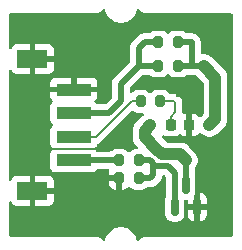
<source format=gbr>
%TF.GenerationSoftware,KiCad,Pcbnew,9.0.3*%
%TF.CreationDate,2025-08-09T09:56:12+02:00*%
%TF.ProjectId,ialed,69616c65-642e-46b6-9963-61645f706362,rev?*%
%TF.SameCoordinates,Original*%
%TF.FileFunction,Copper,L1,Top*%
%TF.FilePolarity,Positive*%
%FSLAX46Y46*%
G04 Gerber Fmt 4.6, Leading zero omitted, Abs format (unit mm)*
G04 Created by KiCad (PCBNEW 9.0.3) date 2025-08-09 09:56:12*
%MOMM*%
%LPD*%
G01*
G04 APERTURE LIST*
G04 Aperture macros list*
%AMRoundRect*
0 Rectangle with rounded corners*
0 $1 Rounding radius*
0 $2 $3 $4 $5 $6 $7 $8 $9 X,Y pos of 4 corners*
0 Add a 4 corners polygon primitive as box body*
4,1,4,$2,$3,$4,$5,$6,$7,$8,$9,$2,$3,0*
0 Add four circle primitives for the rounded corners*
1,1,$1+$1,$2,$3*
1,1,$1+$1,$4,$5*
1,1,$1+$1,$6,$7*
1,1,$1+$1,$8,$9*
0 Add four rect primitives between the rounded corners*
20,1,$1+$1,$2,$3,$4,$5,0*
20,1,$1+$1,$4,$5,$6,$7,0*
20,1,$1+$1,$6,$7,$8,$9,0*
20,1,$1+$1,$8,$9,$2,$3,0*%
G04 Aperture macros list end*
%TA.AperFunction,SMDPad,CuDef*%
%ADD10RoundRect,0.200000X-0.200000X-0.275000X0.200000X-0.275000X0.200000X0.275000X-0.200000X0.275000X0*%
%TD*%
%TA.AperFunction,SMDPad,CuDef*%
%ADD11RoundRect,0.218750X0.218750X0.256250X-0.218750X0.256250X-0.218750X-0.256250X0.218750X-0.256250X0*%
%TD*%
%TA.AperFunction,SMDPad,CuDef*%
%ADD12RoundRect,0.200000X0.200000X0.275000X-0.200000X0.275000X-0.200000X-0.275000X0.200000X-0.275000X0*%
%TD*%
%TA.AperFunction,SMDPad,CuDef*%
%ADD13R,3.000000X1.000000*%
%TD*%
%TA.AperFunction,SMDPad,CuDef*%
%ADD14R,2.600000X1.550000*%
%TD*%
%TA.AperFunction,SMDPad,CuDef*%
%ADD15RoundRect,0.150000X0.150000X-0.587500X0.150000X0.587500X-0.150000X0.587500X-0.150000X-0.587500X0*%
%TD*%
%TA.AperFunction,ViaPad*%
%ADD16C,0.600000*%
%TD*%
%TA.AperFunction,Conductor*%
%ADD17C,0.200000*%
%TD*%
%TA.AperFunction,Conductor*%
%ADD18C,1.000000*%
%TD*%
%TA.AperFunction,Conductor*%
%ADD19C,0.500000*%
%TD*%
G04 APERTURE END LIST*
D10*
%TO.P,R5,1*%
%TO.N,Net-(G1-Pad2)*%
X11675000Y-8000000D03*
%TO.P,R5,2*%
%TO.N,Net-(D2-A)*%
X13325000Y-8000000D03*
%TD*%
D11*
%TO.P,D2,1,K*%
%TO.N,GND*%
X15787500Y-10000000D03*
%TO.P,D2,2,A*%
%TO.N,Net-(D2-A)*%
X14212500Y-10000000D03*
%TD*%
D12*
%TO.P,R3,1*%
%TO.N,Net-(Q1-G)*%
X11500000Y-14500000D03*
%TO.P,R3,2*%
%TO.N,GND*%
X9850000Y-14500000D03*
%TD*%
D10*
%TO.P,R2,1*%
%TO.N,Net-(G1-Pad1)*%
X9850000Y-13000000D03*
%TO.P,R2,2*%
%TO.N,Net-(Q1-G)*%
X11500000Y-13000000D03*
%TD*%
D13*
%TO.P,G1,1,1*%
%TO.N,Net-(G1-Pad1)*%
X6000000Y-13000000D03*
%TO.P,G1,2,2*%
%TO.N,Net-(G1-Pad2)*%
X6000000Y-11000000D03*
%TO.P,G1,3,3*%
%TO.N,+3.3V*%
X6000000Y-9000000D03*
%TO.P,G1,4,4*%
%TO.N,GND*%
X6000000Y-7000000D03*
D14*
%TO.P,G1,5,SS1*%
X2510840Y-15575000D03*
%TO.P,G1,6,SS2*%
X2510840Y-4425000D03*
%TD*%
D10*
%TO.P,R1,1*%
%TO.N,+3.3V*%
X13175000Y-5000000D03*
%TO.P,R1,2*%
%TO.N,Net-(D1-A)*%
X14825000Y-5000000D03*
%TD*%
D15*
%TO.P,Q1,1,G*%
%TO.N,Net-(Q1-G)*%
X14550000Y-16937500D03*
%TO.P,Q1,2,S*%
%TO.N,GND*%
X16450000Y-16937500D03*
%TO.P,Q1,3,D*%
%TO.N,Net-(D1-K)*%
X15500000Y-15062500D03*
%TD*%
D10*
%TO.P,R4,1*%
%TO.N,+3.3V*%
X13175000Y-3000000D03*
%TO.P,R4,2*%
%TO.N,Net-(D1-A)*%
X14825000Y-3000000D03*
%TD*%
D16*
%TO.N,GND*%
X16000000Y-11700000D03*
X16200000Y-7400000D03*
X14900000Y-7400000D03*
%TO.N,Net-(D1-K)*%
X13000000Y-12000000D03*
X15000000Y-12500000D03*
X12250000Y-11250000D03*
X12500000Y-10000000D03*
X15500000Y-13000000D03*
X14000000Y-12500000D03*
%TO.N,Net-(D1-A)*%
X18000000Y-7500000D03*
X18000000Y-9500000D03*
X18000000Y-6000000D03*
X17500000Y-10000000D03*
X17000000Y-5000000D03*
X18000000Y-8500000D03*
%TO.N,GND*%
X18000000Y-3500000D03*
X18000000Y-13000000D03*
X5500000Y-17000000D03*
X2500000Y-11500000D03*
X7500000Y-17000000D03*
X18000000Y-2000000D03*
X2500000Y-7000000D03*
X2500000Y-10000000D03*
X8500000Y-4000000D03*
X6537983Y-4000000D03*
X2500000Y-13000000D03*
X18000000Y-17500000D03*
X5000000Y-4000000D03*
X2500000Y-8500000D03*
X9500000Y-17000000D03*
X18000000Y-15500000D03*
%TD*%
D17*
%TO.N,GND*%
X2500000Y-11500000D02*
X3000000Y-12000000D01*
X3000000Y-12000000D02*
X8400000Y-12000000D01*
%TO.N,Net-(D2-A)*%
X14500000Y-8000000D02*
X13325000Y-8000000D01*
%TO.N,Net-(G1-Pad2)*%
X10900000Y-8000000D02*
X11675000Y-8000000D01*
%TO.N,Net-(D2-A)*%
X14500000Y-8000000D02*
X14600000Y-8100000D01*
X14212500Y-9287500D02*
X14212500Y-10000000D01*
X14600000Y-8100000D02*
X14600000Y-8900000D01*
X14600000Y-8900000D02*
X14212500Y-9287500D01*
%TO.N,Net-(G1-Pad2)*%
X6000000Y-11000000D02*
X7900000Y-11000000D01*
X7900000Y-11000000D02*
X10900000Y-8000000D01*
D18*
%TO.N,Net-(D1-K)*%
X12000000Y-11000000D02*
X13000000Y-12000000D01*
X13500000Y-12500000D02*
X15000000Y-12500000D01*
X13000000Y-12000000D02*
X13500000Y-12500000D01*
X15000000Y-12500000D02*
X15500000Y-13000000D01*
X12000000Y-10500000D02*
X12000000Y-11000000D01*
D19*
X15500000Y-13000000D02*
X15500000Y-15000000D01*
D18*
X12500000Y-10000000D02*
X12000000Y-10500000D01*
D19*
%TO.N,Net-(D1-A)*%
X16500000Y-5000000D02*
X17000000Y-5000000D01*
X14825000Y-5000000D02*
X16000000Y-5000000D01*
X18000000Y-8500000D02*
X18000000Y-9500000D01*
D18*
X18000000Y-9500000D02*
X17500000Y-10000000D01*
X18000000Y-6000000D02*
X17000000Y-5000000D01*
D19*
X16000000Y-5000000D02*
X16500000Y-5000000D01*
X16000000Y-5000000D02*
X16000000Y-3000000D01*
D18*
X18000000Y-9500000D02*
X18000000Y-6000000D01*
D19*
X16000000Y-3000000D02*
X14825000Y-3000000D01*
X17000000Y-5000000D02*
X16000000Y-5000000D01*
%TO.N,+3.3V*%
X10000000Y-8000000D02*
X10000000Y-6500000D01*
X11500000Y-3500000D02*
X12000000Y-3000000D01*
X12000000Y-3000000D02*
X13175000Y-3000000D01*
X11500000Y-5000000D02*
X13175000Y-5000000D01*
X10000000Y-6500000D02*
X11500000Y-5000000D01*
X11500000Y-5000000D02*
X11500000Y-3500000D01*
X6000000Y-9000000D02*
X9000000Y-9000000D01*
X9000000Y-9000000D02*
X10000000Y-8000000D01*
%TO.N,Net-(G1-Pad1)*%
X9850000Y-13000000D02*
X6000000Y-13000000D01*
%TO.N,Net-(Q1-G)*%
X12751000Y-13500000D02*
X12751000Y-14249000D01*
X12500000Y-13000000D02*
X12751000Y-13251000D01*
X11500000Y-13000000D02*
X12500000Y-13000000D01*
X12751000Y-14249000D02*
X12500000Y-14500000D01*
X12500000Y-14500000D02*
X11500000Y-14500000D01*
X14550000Y-14050000D02*
X14550000Y-16937500D01*
X12751000Y-13500000D02*
X14000000Y-13500000D01*
X14000000Y-13500000D02*
X14550000Y-14050000D01*
X12751000Y-13251000D02*
X12751000Y-13500000D01*
%TD*%
%TA.AperFunction,Conductor*%
%TO.N,GND*%
G36*
X11026691Y-8825057D02*
G01*
X11047507Y-8835122D01*
X11185394Y-8918478D01*
X11347804Y-8969086D01*
X11418384Y-8975500D01*
X11418387Y-8975500D01*
X11823647Y-8975500D01*
X11890686Y-8995185D01*
X11936441Y-9047989D01*
X11946385Y-9117147D01*
X11917360Y-9180703D01*
X11892538Y-9202602D01*
X11862219Y-9222860D01*
X11862215Y-9222863D01*
X11558993Y-9526086D01*
X11362221Y-9722858D01*
X11362218Y-9722861D01*
X11317063Y-9768016D01*
X11222859Y-9862219D01*
X11113371Y-10026080D01*
X11113364Y-10026093D01*
X11067103Y-10137780D01*
X11067103Y-10137781D01*
X11037950Y-10208161D01*
X11037947Y-10208168D01*
X11035264Y-10221661D01*
X10999500Y-10401454D01*
X10999500Y-11098542D01*
X11013285Y-11167844D01*
X11013288Y-11167857D01*
X11013945Y-11171158D01*
X11037949Y-11291836D01*
X11053278Y-11328842D01*
X11056645Y-11336971D01*
X11056646Y-11336974D01*
X11113364Y-11473906D01*
X11113371Y-11473919D01*
X11130464Y-11499500D01*
X11222861Y-11637782D01*
X11362218Y-11777139D01*
X11362220Y-11777140D01*
X11369286Y-11784206D01*
X11369285Y-11784206D01*
X11369289Y-11784209D01*
X11397899Y-11812819D01*
X11431384Y-11874142D01*
X11426400Y-11943834D01*
X11384528Y-11999767D01*
X11319064Y-12024184D01*
X11310218Y-12024500D01*
X11243384Y-12024500D01*
X11224145Y-12026248D01*
X11172807Y-12030913D01*
X11010393Y-12081522D01*
X10864811Y-12169530D01*
X10864810Y-12169531D01*
X10762681Y-12271661D01*
X10701358Y-12305146D01*
X10631666Y-12300162D01*
X10587319Y-12271661D01*
X10485188Y-12169530D01*
X10339606Y-12081522D01*
X10258356Y-12056204D01*
X10177196Y-12030914D01*
X10177194Y-12030913D01*
X10177192Y-12030913D01*
X10127513Y-12026399D01*
X10106616Y-12024500D01*
X9593384Y-12024500D01*
X9574145Y-12026248D01*
X9522807Y-12030913D01*
X9360393Y-12081522D01*
X9214811Y-12169530D01*
X9214811Y-12169531D01*
X9171163Y-12213180D01*
X9109840Y-12246666D01*
X9083481Y-12249500D01*
X7999751Y-12249500D01*
X7932712Y-12229815D01*
X7912099Y-12213211D01*
X7905810Y-12206926D01*
X7857546Y-12142454D01*
X7792769Y-12093962D01*
X7786514Y-12087711D01*
X7773832Y-12064503D01*
X7757984Y-12043333D01*
X7757339Y-12034323D01*
X7753009Y-12026399D01*
X7754886Y-12000021D01*
X7753000Y-11973641D01*
X7757328Y-11965713D01*
X7757970Y-11956706D01*
X7773808Y-11935532D01*
X7786485Y-11912318D01*
X7799814Y-11900768D01*
X7799822Y-11900758D01*
X7799829Y-11900755D01*
X7799854Y-11900734D01*
X7857546Y-11857546D01*
X7943796Y-11742331D01*
X7976314Y-11655146D01*
X7996427Y-11628277D01*
X8015935Y-11600936D01*
X8017468Y-11600169D01*
X8018185Y-11599212D01*
X8046517Y-11583318D01*
X8053323Y-11580600D01*
X8131785Y-11559577D01*
X8181904Y-11530639D01*
X8268716Y-11480520D01*
X8380520Y-11368716D01*
X8380520Y-11368714D01*
X8390728Y-11358507D01*
X8390729Y-11358504D01*
X10895678Y-8853556D01*
X10956999Y-8820073D01*
X11026691Y-8825057D01*
G37*
%TD.AperFunction*%
%TA.AperFunction,Conductor*%
G36*
X8629839Y-193381D02*
G01*
X8670367Y-250296D01*
X8675660Y-271454D01*
X8681339Y-307314D01*
X8682754Y-316243D01*
X8743119Y-502027D01*
X8748444Y-518414D01*
X8844951Y-707820D01*
X8969890Y-879786D01*
X9120213Y-1030109D01*
X9292179Y-1155048D01*
X9292181Y-1155049D01*
X9292184Y-1155051D01*
X9481588Y-1251557D01*
X9683757Y-1317246D01*
X9893713Y-1350500D01*
X9893714Y-1350500D01*
X10106286Y-1350500D01*
X10106287Y-1350500D01*
X10316243Y-1317246D01*
X10518412Y-1251557D01*
X10707816Y-1155051D01*
X10729789Y-1139086D01*
X10879786Y-1030109D01*
X10879788Y-1030106D01*
X10879792Y-1030104D01*
X11030104Y-879792D01*
X11030106Y-879788D01*
X11030109Y-879786D01*
X11155048Y-707820D01*
X11155047Y-707820D01*
X11155051Y-707816D01*
X11251557Y-518412D01*
X11317246Y-316243D01*
X11324340Y-271452D01*
X11336510Y-245777D01*
X11345804Y-218926D01*
X11351280Y-214619D01*
X11354266Y-208321D01*
X11378391Y-193298D01*
X11400725Y-175735D01*
X11407661Y-175072D01*
X11413577Y-171389D01*
X11441992Y-171794D01*
X11470278Y-169093D01*
X11476471Y-172285D01*
X11483440Y-172385D01*
X11507123Y-188087D01*
X11532381Y-201108D01*
X11538502Y-208891D01*
X11541673Y-210994D01*
X11554199Y-228851D01*
X11566581Y-250296D01*
X11599500Y-307314D01*
X11692686Y-400500D01*
X11806814Y-466392D01*
X11934108Y-500500D01*
X19134108Y-500500D01*
X19190243Y-500500D01*
X19209640Y-502027D01*
X19225080Y-504472D01*
X19273154Y-512086D01*
X19310046Y-524073D01*
X19358544Y-548783D01*
X19389929Y-571586D01*
X19428413Y-610070D01*
X19451217Y-641457D01*
X19475925Y-689950D01*
X19487913Y-726845D01*
X19497973Y-790358D01*
X19499500Y-809757D01*
X19499500Y-19190242D01*
X19497973Y-19209639D01*
X19497973Y-19209641D01*
X19487913Y-19273154D01*
X19475925Y-19310049D01*
X19451217Y-19358542D01*
X19428413Y-19389929D01*
X19389929Y-19428413D01*
X19358542Y-19451217D01*
X19310049Y-19475925D01*
X19273154Y-19487913D01*
X19235734Y-19493840D01*
X19209639Y-19497973D01*
X19190243Y-19499500D01*
X11934106Y-19499500D01*
X11806813Y-19533608D01*
X11806810Y-19533609D01*
X11692684Y-19599500D01*
X11625793Y-19666390D01*
X11625794Y-19666391D01*
X11599499Y-19692686D01*
X11554199Y-19771147D01*
X11503631Y-19819362D01*
X11435024Y-19832584D01*
X11370159Y-19806616D01*
X11329631Y-19749701D01*
X11324341Y-19728556D01*
X11317246Y-19683757D01*
X11251557Y-19481588D01*
X11155051Y-19292184D01*
X11155049Y-19292181D01*
X11155048Y-19292179D01*
X11030109Y-19120213D01*
X10879786Y-18969890D01*
X10707820Y-18844951D01*
X10518414Y-18748444D01*
X10518413Y-18748443D01*
X10518412Y-18748443D01*
X10316243Y-18682754D01*
X10316241Y-18682753D01*
X10316240Y-18682753D01*
X10154957Y-18657208D01*
X10106287Y-18649500D01*
X9893713Y-18649500D01*
X9845042Y-18657208D01*
X9683760Y-18682753D01*
X9481585Y-18748444D01*
X9292179Y-18844951D01*
X9120213Y-18969890D01*
X8969890Y-19120213D01*
X8844951Y-19292179D01*
X8748444Y-19481585D01*
X8682753Y-19683758D01*
X8675660Y-19728543D01*
X8665719Y-19749510D01*
X8660068Y-19772011D01*
X8651036Y-19780484D01*
X8645730Y-19791677D01*
X8626031Y-19803942D01*
X8609112Y-19819815D01*
X8596932Y-19822060D01*
X8586418Y-19828607D01*
X8563218Y-19828275D01*
X8540401Y-19832482D01*
X8528940Y-19827785D01*
X8516555Y-19827609D01*
X8497215Y-19814785D01*
X8475748Y-19805989D01*
X8464884Y-19793348D01*
X8458323Y-19788998D01*
X8451600Y-19780250D01*
X8448507Y-19775831D01*
X8400503Y-19692686D01*
X8374209Y-19666392D01*
X8307318Y-19599500D01*
X8193189Y-19533608D01*
X8065896Y-19499500D01*
X8065895Y-19499500D01*
X809757Y-19499500D01*
X790360Y-19497973D01*
X749549Y-19491509D01*
X726845Y-19487913D01*
X689950Y-19475925D01*
X641457Y-19451217D01*
X610070Y-19428413D01*
X571586Y-19389929D01*
X548782Y-19358542D01*
X524073Y-19310046D01*
X512086Y-19273152D01*
X502027Y-19209639D01*
X500500Y-19190242D01*
X500500Y-16563555D01*
X520185Y-16496516D01*
X572989Y-16450761D01*
X642147Y-16440817D01*
X705703Y-16469842D01*
X740682Y-16520222D01*
X767485Y-16592086D01*
X767489Y-16592093D01*
X853649Y-16707187D01*
X853652Y-16707190D01*
X968746Y-16793350D01*
X968753Y-16793354D01*
X1103460Y-16843596D01*
X1103467Y-16843598D01*
X1162995Y-16849999D01*
X1163012Y-16850000D01*
X2260840Y-16850000D01*
X2760840Y-16850000D01*
X3858668Y-16850000D01*
X3858684Y-16849999D01*
X3918212Y-16843598D01*
X3918219Y-16843596D01*
X4052926Y-16793354D01*
X4052933Y-16793350D01*
X4168027Y-16707190D01*
X4168030Y-16707187D01*
X4254190Y-16592093D01*
X4254194Y-16592086D01*
X4304436Y-16457379D01*
X4304438Y-16457372D01*
X4310839Y-16397844D01*
X4310840Y-16397827D01*
X4310840Y-15825000D01*
X2760840Y-15825000D01*
X2760840Y-16850000D01*
X2260840Y-16850000D01*
X2260840Y-15325000D01*
X2760840Y-15325000D01*
X4310840Y-15325000D01*
X4310840Y-14831582D01*
X8950001Y-14831582D01*
X8956408Y-14902102D01*
X8956409Y-14902107D01*
X9006981Y-15064396D01*
X9094927Y-15209877D01*
X9215122Y-15330072D01*
X9360604Y-15418019D01*
X9360603Y-15418019D01*
X9522894Y-15468590D01*
X9522893Y-15468590D01*
X9593408Y-15474998D01*
X9593426Y-15474999D01*
X9599999Y-15474998D01*
X9600000Y-15474998D01*
X9600000Y-14750000D01*
X8950001Y-14750000D01*
X8950001Y-14831582D01*
X4310840Y-14831582D01*
X4310840Y-14752172D01*
X4310839Y-14752157D01*
X4306510Y-14711895D01*
X4306510Y-14711894D01*
X4304438Y-14692627D01*
X4304436Y-14692620D01*
X4254194Y-14557913D01*
X4254190Y-14557906D01*
X4168030Y-14442812D01*
X4168027Y-14442809D01*
X4052933Y-14356649D01*
X4052926Y-14356645D01*
X3918219Y-14306403D01*
X3918212Y-14306401D01*
X3858684Y-14300000D01*
X2760840Y-14300000D01*
X2760840Y-15325000D01*
X2260840Y-15325000D01*
X2260840Y-14300000D01*
X1162995Y-14300000D01*
X1103467Y-14306401D01*
X1103460Y-14306403D01*
X968753Y-14356645D01*
X968746Y-14356649D01*
X853652Y-14442809D01*
X853649Y-14442812D01*
X767489Y-14557906D01*
X767485Y-14557913D01*
X740682Y-14629777D01*
X698811Y-14685711D01*
X633346Y-14710128D01*
X565073Y-14695276D01*
X515668Y-14645871D01*
X500500Y-14586444D01*
X500500Y-8452135D01*
X3999500Y-8452135D01*
X3999500Y-9547870D01*
X3999501Y-9547876D01*
X4005908Y-9607483D01*
X4056202Y-9742328D01*
X4056206Y-9742335D01*
X4142452Y-9857544D01*
X4142453Y-9857544D01*
X4142454Y-9857546D01*
X4171615Y-9879376D01*
X4200145Y-9900734D01*
X4242015Y-9956668D01*
X4246999Y-10026360D01*
X4213513Y-10087683D01*
X4200145Y-10099266D01*
X4142452Y-10142455D01*
X4056206Y-10257664D01*
X4056202Y-10257671D01*
X4005908Y-10392517D01*
X3999501Y-10452116D01*
X3999500Y-10452135D01*
X3999500Y-11547870D01*
X3999501Y-11547873D01*
X4005908Y-11607483D01*
X4056202Y-11742328D01*
X4056206Y-11742335D01*
X4142452Y-11857544D01*
X4142453Y-11857544D01*
X4142454Y-11857546D01*
X4171615Y-11879376D01*
X4200145Y-11900734D01*
X4242015Y-11956668D01*
X4246999Y-12026360D01*
X4213513Y-12087683D01*
X4200145Y-12099266D01*
X4142452Y-12142455D01*
X4056206Y-12257664D01*
X4056202Y-12257671D01*
X4005908Y-12392517D01*
X3999501Y-12452116D01*
X3999500Y-12452135D01*
X3999500Y-13547870D01*
X3999501Y-13547876D01*
X4005908Y-13607483D01*
X4056202Y-13742328D01*
X4056206Y-13742335D01*
X4142452Y-13857544D01*
X4142455Y-13857547D01*
X4257664Y-13943793D01*
X4257671Y-13943797D01*
X4392517Y-13994091D01*
X4392516Y-13994091D01*
X4399444Y-13994835D01*
X4452127Y-14000500D01*
X7547872Y-14000499D01*
X7607483Y-13994091D01*
X7742331Y-13943796D01*
X7857546Y-13857546D01*
X7884227Y-13821903D01*
X7900485Y-13800188D01*
X7956419Y-13758318D01*
X7999751Y-13750500D01*
X8899022Y-13750500D01*
X8966061Y-13770185D01*
X9011816Y-13822989D01*
X9021760Y-13892147D01*
X9008865Y-13928224D01*
X9010060Y-13928762D01*
X9006980Y-13935603D01*
X8956409Y-14097893D01*
X8950000Y-14168427D01*
X8950000Y-14250000D01*
X9726000Y-14250000D01*
X9793039Y-14269685D01*
X9838794Y-14322489D01*
X9850000Y-14374000D01*
X9850000Y-14500000D01*
X9976000Y-14500000D01*
X10043039Y-14519685D01*
X10088794Y-14572489D01*
X10100000Y-14624000D01*
X10100000Y-15474999D01*
X10106581Y-15474999D01*
X10177102Y-15468591D01*
X10177107Y-15468590D01*
X10339396Y-15418018D01*
X10484877Y-15330072D01*
X10484878Y-15330071D01*
X10586963Y-15227985D01*
X10648286Y-15194499D01*
X10717977Y-15199483D01*
X10762326Y-15227984D01*
X10864811Y-15330469D01*
X10864813Y-15330470D01*
X10864815Y-15330472D01*
X11010394Y-15418478D01*
X11172804Y-15469086D01*
X11243384Y-15475500D01*
X11243387Y-15475500D01*
X11756613Y-15475500D01*
X11756616Y-15475500D01*
X11827196Y-15469086D01*
X11989606Y-15418478D01*
X12135185Y-15330472D01*
X12178837Y-15286820D01*
X12240160Y-15253334D01*
X12266519Y-15250500D01*
X12573920Y-15250500D01*
X12671462Y-15231096D01*
X12718913Y-15221658D01*
X12855495Y-15165084D01*
X12904729Y-15132186D01*
X12978416Y-15082952D01*
X13333952Y-14727415D01*
X13397070Y-14632951D01*
X13416084Y-14604495D01*
X13447597Y-14528415D01*
X13472659Y-14467912D01*
X13491651Y-14372432D01*
X13496052Y-14350309D01*
X13510762Y-14322185D01*
X13523956Y-14293297D01*
X13526845Y-14291439D01*
X13528437Y-14288398D01*
X13556019Y-14272691D01*
X13582734Y-14255523D01*
X13587328Y-14254862D01*
X13589152Y-14253824D01*
X13617669Y-14250500D01*
X13637769Y-14250500D01*
X13704808Y-14270185D01*
X13725449Y-14286818D01*
X13763180Y-14324548D01*
X13796666Y-14385870D01*
X13799500Y-14412230D01*
X13799500Y-16067670D01*
X13794576Y-16102265D01*
X13752402Y-16247426D01*
X13752401Y-16247432D01*
X13749500Y-16284298D01*
X13749500Y-17590701D01*
X13752401Y-17627567D01*
X13752402Y-17627573D01*
X13798254Y-17785393D01*
X13798255Y-17785396D01*
X13881917Y-17926862D01*
X13881923Y-17926870D01*
X13998129Y-18043076D01*
X13998133Y-18043079D01*
X13998135Y-18043081D01*
X14139602Y-18126744D01*
X14181224Y-18138836D01*
X14297426Y-18172597D01*
X14297429Y-18172597D01*
X14297431Y-18172598D01*
X14334306Y-18175500D01*
X14334314Y-18175500D01*
X14765686Y-18175500D01*
X14765694Y-18175500D01*
X14802569Y-18172598D01*
X14802571Y-18172597D01*
X14802573Y-18172597D01*
X14844191Y-18160505D01*
X14960398Y-18126744D01*
X15101865Y-18043081D01*
X15218081Y-17926865D01*
X15301744Y-17785398D01*
X15347598Y-17627569D01*
X15350500Y-17590694D01*
X15350500Y-17590649D01*
X15650000Y-17590649D01*
X15652899Y-17627489D01*
X15652900Y-17627495D01*
X15698716Y-17785193D01*
X15698717Y-17785196D01*
X15782314Y-17926552D01*
X15782321Y-17926561D01*
X15898438Y-18042678D01*
X15898447Y-18042685D01*
X16039801Y-18126281D01*
X16197514Y-18172100D01*
X16197511Y-18172100D01*
X16199998Y-18172295D01*
X16200000Y-18172295D01*
X16700000Y-18172295D01*
X16700001Y-18172295D01*
X16702486Y-18172100D01*
X16860198Y-18126281D01*
X17001552Y-18042685D01*
X17001561Y-18042678D01*
X17117678Y-17926561D01*
X17117685Y-17926552D01*
X17201282Y-17785196D01*
X17201283Y-17785193D01*
X17247099Y-17627495D01*
X17247100Y-17627489D01*
X17249999Y-17590649D01*
X17250000Y-17590634D01*
X17250000Y-17187500D01*
X16700000Y-17187500D01*
X16700000Y-18172295D01*
X16200000Y-18172295D01*
X16200000Y-17187500D01*
X15650000Y-17187500D01*
X15650000Y-17590649D01*
X15350500Y-17590649D01*
X15350500Y-16424500D01*
X15370185Y-16357461D01*
X15422989Y-16311706D01*
X15474500Y-16300500D01*
X15526000Y-16300500D01*
X15593039Y-16320185D01*
X15638794Y-16372989D01*
X15650000Y-16424500D01*
X15650000Y-16687500D01*
X16200000Y-16687500D01*
X16700000Y-16687500D01*
X17250000Y-16687500D01*
X17250000Y-16284365D01*
X17249999Y-16284350D01*
X17247100Y-16247510D01*
X17247099Y-16247504D01*
X17201283Y-16089806D01*
X17201282Y-16089803D01*
X17117685Y-15948447D01*
X17117678Y-15948438D01*
X17001561Y-15832321D01*
X17001552Y-15832314D01*
X16860196Y-15748717D01*
X16860193Y-15748716D01*
X16702494Y-15702900D01*
X16702497Y-15702900D01*
X16700000Y-15702703D01*
X16700000Y-16687500D01*
X16200000Y-16687500D01*
X16200000Y-16031814D01*
X16217267Y-15968694D01*
X16251744Y-15910398D01*
X16297598Y-15752569D01*
X16300500Y-15715694D01*
X16300500Y-14409306D01*
X16297598Y-14372431D01*
X16297597Y-14372426D01*
X16255424Y-14227265D01*
X16250500Y-14192670D01*
X16250500Y-13714609D01*
X16270185Y-13647570D01*
X16275228Y-13640640D01*
X16277136Y-13637783D01*
X16277139Y-13637781D01*
X16386631Y-13473914D01*
X16462051Y-13291836D01*
X16500500Y-13098540D01*
X16500500Y-12901460D01*
X16500500Y-12901457D01*
X16500499Y-12901455D01*
X16462052Y-12708171D01*
X16462051Y-12708164D01*
X16386631Y-12526086D01*
X16386629Y-12526083D01*
X16386627Y-12526079D01*
X16277139Y-12362219D01*
X16277136Y-12362215D01*
X15781479Y-11866559D01*
X15781459Y-11866537D01*
X15637785Y-11722863D01*
X15637781Y-11722860D01*
X15473920Y-11613371D01*
X15473907Y-11613364D01*
X15324186Y-11551348D01*
X15324179Y-11551346D01*
X15315794Y-11547873D01*
X15291836Y-11537949D01*
X15195188Y-11518724D01*
X15192134Y-11518116D01*
X15192120Y-11518113D01*
X15098544Y-11499500D01*
X15098541Y-11499500D01*
X13965782Y-11499500D01*
X13936341Y-11490855D01*
X13906355Y-11484332D01*
X13901339Y-11480577D01*
X13898743Y-11479815D01*
X13878101Y-11463181D01*
X13781480Y-11366560D01*
X13781460Y-11366538D01*
X13497760Y-11082838D01*
X13464275Y-11021515D01*
X13469259Y-10951823D01*
X13511131Y-10895890D01*
X13576595Y-10871473D01*
X13644868Y-10886325D01*
X13650519Y-10889607D01*
X13687713Y-10912549D01*
X13847315Y-10965436D01*
X13945826Y-10975500D01*
X13945831Y-10975500D01*
X14479169Y-10975500D01*
X14479174Y-10975500D01*
X14577685Y-10965436D01*
X14737287Y-10912549D01*
X14880391Y-10824281D01*
X14912672Y-10792000D01*
X14973995Y-10758515D01*
X15043687Y-10763499D01*
X15088034Y-10792000D01*
X15119919Y-10823885D01*
X15262922Y-10912091D01*
X15262927Y-10912093D01*
X15422416Y-10964942D01*
X15520856Y-10974999D01*
X15537500Y-10974998D01*
X15537500Y-9024999D01*
X15520856Y-9025000D01*
X15422415Y-9035057D01*
X15363505Y-9054578D01*
X15335042Y-9055557D01*
X15306855Y-9059610D01*
X15300576Y-9056742D01*
X15293676Y-9056980D01*
X15269201Y-9042414D01*
X15243299Y-9030586D01*
X15239566Y-9024778D01*
X15233634Y-9021248D01*
X15220920Y-8995764D01*
X15205524Y-8971808D01*
X15204129Y-8962109D01*
X15202442Y-8958727D01*
X15200501Y-8936873D01*
X15200501Y-8918477D01*
X15200501Y-8820942D01*
X15200500Y-8820938D01*
X15200500Y-8020943D01*
X15194754Y-7999500D01*
X15175082Y-7926082D01*
X15159577Y-7868216D01*
X15153210Y-7857188D01*
X15080524Y-7731290D01*
X15080518Y-7731282D01*
X14868717Y-7519481D01*
X14868716Y-7519480D01*
X14781904Y-7469360D01*
X14781904Y-7469359D01*
X14781900Y-7469358D01*
X14731785Y-7440423D01*
X14579057Y-7399499D01*
X14420943Y-7399499D01*
X14413347Y-7399499D01*
X14413331Y-7399500D01*
X14216715Y-7399500D01*
X14149676Y-7379815D01*
X14110598Y-7339650D01*
X14080472Y-7289815D01*
X14080470Y-7289813D01*
X14080469Y-7289811D01*
X13960188Y-7169530D01*
X13958196Y-7168326D01*
X13814606Y-7081522D01*
X13652196Y-7030914D01*
X13652194Y-7030913D01*
X13652192Y-7030913D01*
X13602778Y-7026423D01*
X13581616Y-7024500D01*
X13068384Y-7024500D01*
X13049145Y-7026248D01*
X12997807Y-7030913D01*
X12835393Y-7081522D01*
X12689811Y-7169530D01*
X12689810Y-7169531D01*
X12587681Y-7271661D01*
X12526358Y-7305146D01*
X12456666Y-7300162D01*
X12412319Y-7271661D01*
X12310188Y-7169530D01*
X12308196Y-7168326D01*
X12164606Y-7081522D01*
X12002196Y-7030914D01*
X12002194Y-7030913D01*
X12002192Y-7030913D01*
X11952778Y-7026423D01*
X11931616Y-7024500D01*
X11418384Y-7024500D01*
X11399145Y-7026248D01*
X11347807Y-7030913D01*
X11185393Y-7081522D01*
X11039811Y-7169530D01*
X11039810Y-7169531D01*
X10962181Y-7247161D01*
X10900858Y-7280646D01*
X10831166Y-7275662D01*
X10775233Y-7233790D01*
X10750816Y-7168326D01*
X10750500Y-7159480D01*
X10750500Y-6862229D01*
X10770185Y-6795190D01*
X10786819Y-6774548D01*
X11774548Y-5786819D01*
X11835871Y-5753334D01*
X11862229Y-5750500D01*
X12408481Y-5750500D01*
X12475520Y-5770185D01*
X12496163Y-5786820D01*
X12539811Y-5830468D01*
X12539811Y-5830469D01*
X12539813Y-5830470D01*
X12539815Y-5830472D01*
X12685394Y-5918478D01*
X12847804Y-5969086D01*
X12918384Y-5975500D01*
X12918387Y-5975500D01*
X13431613Y-5975500D01*
X13431616Y-5975500D01*
X13502196Y-5969086D01*
X13664606Y-5918478D01*
X13810185Y-5830472D01*
X13853838Y-5786819D01*
X13912319Y-5728339D01*
X13973642Y-5694854D01*
X14043334Y-5699838D01*
X14087681Y-5728339D01*
X14189811Y-5830469D01*
X14189813Y-5830470D01*
X14189815Y-5830472D01*
X14335394Y-5918478D01*
X14497804Y-5969086D01*
X14568384Y-5975500D01*
X14568387Y-5975500D01*
X15081613Y-5975500D01*
X15081616Y-5975500D01*
X15152196Y-5969086D01*
X15314606Y-5918478D01*
X15460185Y-5830472D01*
X15503837Y-5786820D01*
X15565160Y-5753334D01*
X15591519Y-5750500D01*
X15926082Y-5750500D01*
X16284218Y-5750500D01*
X16351257Y-5770185D01*
X16371899Y-5786819D01*
X16963181Y-6378101D01*
X16996666Y-6439424D01*
X16999500Y-6465782D01*
X16999500Y-9034217D01*
X16979815Y-9101256D01*
X16963181Y-9121898D01*
X16767284Y-9317794D01*
X16705961Y-9351279D01*
X16636269Y-9346295D01*
X16580336Y-9304423D01*
X16574059Y-9295201D01*
X16573885Y-9294919D01*
X16455080Y-9176114D01*
X16312077Y-9087908D01*
X16312072Y-9087906D01*
X16152583Y-9035057D01*
X16054150Y-9025000D01*
X16037500Y-9025000D01*
X16037500Y-10974999D01*
X16054136Y-10974999D01*
X16054152Y-10974998D01*
X16152583Y-10964943D01*
X16312072Y-10912093D01*
X16312077Y-10912091D01*
X16455080Y-10823885D01*
X16573883Y-10705082D01*
X16574054Y-10704806D01*
X16574223Y-10704653D01*
X16578368Y-10699412D01*
X16579262Y-10700119D01*
X16625995Y-10658073D01*
X16694956Y-10646840D01*
X16759042Y-10674674D01*
X16767284Y-10682205D01*
X16862215Y-10777136D01*
X16862219Y-10777139D01*
X17026079Y-10886627D01*
X17026083Y-10886629D01*
X17026086Y-10886631D01*
X17208164Y-10962051D01*
X17401455Y-11000499D01*
X17401458Y-11000500D01*
X17401460Y-11000500D01*
X17598542Y-11000500D01*
X17598543Y-11000499D01*
X17791836Y-10962051D01*
X17973914Y-10886631D01*
X18137781Y-10777139D01*
X18637778Y-10277141D01*
X18637782Y-10277139D01*
X18777139Y-10137782D01*
X18777140Y-10137780D01*
X18777141Y-10137780D01*
X18886628Y-9973920D01*
X18886628Y-9973919D01*
X18886632Y-9973914D01*
X18893776Y-9956668D01*
X18932897Y-9862219D01*
X18962051Y-9791835D01*
X18966789Y-9768019D01*
X18975772Y-9722861D01*
X19000499Y-9598544D01*
X19000500Y-9598541D01*
X19000500Y-6104675D01*
X19000501Y-6104654D01*
X19000501Y-5901457D01*
X19000500Y-5901455D01*
X18962052Y-5708165D01*
X18886632Y-5526086D01*
X18886631Y-5526085D01*
X18886628Y-5526079D01*
X18777140Y-5362219D01*
X18777137Y-5362215D01*
X17637784Y-4222863D01*
X17637780Y-4222860D01*
X17473920Y-4113372D01*
X17473910Y-4113367D01*
X17291836Y-4037949D01*
X17291828Y-4037947D01*
X17098543Y-3999500D01*
X17098540Y-3999500D01*
X16901460Y-3999500D01*
X16901456Y-3999500D01*
X16898687Y-4000051D01*
X16897208Y-3999918D01*
X16895397Y-4000097D01*
X16895363Y-3999753D01*
X16829096Y-3993821D01*
X16773920Y-3950957D01*
X16750678Y-3885066D01*
X16750500Y-3878433D01*
X16750500Y-2926079D01*
X16721659Y-2781092D01*
X16721658Y-2781091D01*
X16721658Y-2781087D01*
X16721656Y-2781082D01*
X16665087Y-2644511D01*
X16665080Y-2644498D01*
X16582951Y-2521584D01*
X16582948Y-2521580D01*
X16478419Y-2417051D01*
X16478415Y-2417048D01*
X16355501Y-2334919D01*
X16355488Y-2334912D01*
X16218917Y-2278343D01*
X16218907Y-2278340D01*
X16073920Y-2249500D01*
X16073918Y-2249500D01*
X15591519Y-2249500D01*
X15524480Y-2229815D01*
X15503837Y-2213180D01*
X15460188Y-2169531D01*
X15460188Y-2169530D01*
X15314606Y-2081522D01*
X15152196Y-2030914D01*
X15152194Y-2030913D01*
X15152192Y-2030913D01*
X15102778Y-2026423D01*
X15081616Y-2024500D01*
X14568384Y-2024500D01*
X14549145Y-2026248D01*
X14497807Y-2030913D01*
X14335393Y-2081522D01*
X14189811Y-2169530D01*
X14189810Y-2169531D01*
X14087681Y-2271661D01*
X14026358Y-2305146D01*
X13956666Y-2300162D01*
X13912319Y-2271661D01*
X13810188Y-2169530D01*
X13664606Y-2081522D01*
X13502196Y-2030914D01*
X13502194Y-2030913D01*
X13502192Y-2030913D01*
X13452778Y-2026423D01*
X13431616Y-2024500D01*
X12918384Y-2024500D01*
X12899145Y-2026248D01*
X12847807Y-2030913D01*
X12685393Y-2081522D01*
X12539811Y-2169530D01*
X12539811Y-2169531D01*
X12496163Y-2213180D01*
X12434840Y-2246666D01*
X12408481Y-2249500D01*
X11926080Y-2249500D01*
X11781092Y-2278340D01*
X11781086Y-2278342D01*
X11644508Y-2334914D01*
X11644496Y-2334921D01*
X11595269Y-2367813D01*
X11521588Y-2417044D01*
X11521580Y-2417050D01*
X10917050Y-3021580D01*
X10917044Y-3021588D01*
X10867812Y-3095268D01*
X10867813Y-3095269D01*
X10834921Y-3144496D01*
X10834914Y-3144508D01*
X10778342Y-3281086D01*
X10778340Y-3281092D01*
X10749500Y-3426079D01*
X10749500Y-4637769D01*
X10729815Y-4704808D01*
X10713181Y-4725450D01*
X9417050Y-6021580D01*
X9417044Y-6021588D01*
X9367812Y-6095268D01*
X9367813Y-6095269D01*
X9334921Y-6144496D01*
X9334914Y-6144508D01*
X9278342Y-6281086D01*
X9278340Y-6281092D01*
X9249500Y-6426079D01*
X9249500Y-7637770D01*
X9229815Y-7704809D01*
X9213181Y-7725451D01*
X8725451Y-8213181D01*
X8664128Y-8246666D01*
X8637770Y-8249500D01*
X7999751Y-8249500D01*
X7932712Y-8229815D01*
X7912136Y-8213247D01*
X7905823Y-8206943D01*
X7857546Y-8142454D01*
X7792380Y-8093670D01*
X7786134Y-8087434D01*
X7773431Y-8064211D01*
X7757567Y-8043019D01*
X7756924Y-8034036D01*
X7752603Y-8026136D01*
X7754471Y-7999733D01*
X7752583Y-7973327D01*
X7756899Y-7965422D01*
X7757535Y-7956441D01*
X7773380Y-7935240D01*
X7786069Y-7912004D01*
X7799344Y-7900501D01*
X7799364Y-7900476D01*
X7799382Y-7900469D01*
X7799439Y-7900420D01*
X7857189Y-7857188D01*
X7857190Y-7857187D01*
X7943350Y-7742093D01*
X7943354Y-7742086D01*
X7993596Y-7607379D01*
X7993598Y-7607372D01*
X7999999Y-7547844D01*
X8000000Y-7547827D01*
X8000000Y-7250000D01*
X4000000Y-7250000D01*
X4000000Y-7547844D01*
X4006401Y-7607372D01*
X4006403Y-7607379D01*
X4056645Y-7742086D01*
X4056649Y-7742093D01*
X4142809Y-7857186D01*
X4200561Y-7900420D01*
X4242432Y-7956354D01*
X4247416Y-8026046D01*
X4213931Y-8087369D01*
X4200563Y-8098952D01*
X4142454Y-8142453D01*
X4142452Y-8142455D01*
X4056206Y-8257664D01*
X4056202Y-8257671D01*
X4005908Y-8392517D01*
X3999501Y-8452116D01*
X3999500Y-8452135D01*
X500500Y-8452135D01*
X500500Y-6452155D01*
X4000000Y-6452155D01*
X4000000Y-6750000D01*
X5750000Y-6750000D01*
X6250000Y-6750000D01*
X8000000Y-6750000D01*
X8000000Y-6452172D01*
X7999999Y-6452155D01*
X7993598Y-6392627D01*
X7993596Y-6392620D01*
X7943354Y-6257913D01*
X7943350Y-6257906D01*
X7857190Y-6142812D01*
X7857187Y-6142809D01*
X7742093Y-6056649D01*
X7742086Y-6056645D01*
X7607379Y-6006403D01*
X7607372Y-6006401D01*
X7547844Y-6000000D01*
X6250000Y-6000000D01*
X6250000Y-6750000D01*
X5750000Y-6750000D01*
X5750000Y-6000000D01*
X4452155Y-6000000D01*
X4392627Y-6006401D01*
X4392620Y-6006403D01*
X4257913Y-6056645D01*
X4257906Y-6056649D01*
X4142812Y-6142809D01*
X4142809Y-6142812D01*
X4056649Y-6257906D01*
X4056645Y-6257913D01*
X4006403Y-6392620D01*
X4006401Y-6392627D01*
X4000000Y-6452155D01*
X500500Y-6452155D01*
X500500Y-5413555D01*
X520185Y-5346516D01*
X572989Y-5300761D01*
X642147Y-5290817D01*
X705703Y-5319842D01*
X740682Y-5370222D01*
X767485Y-5442086D01*
X767489Y-5442093D01*
X853649Y-5557187D01*
X853652Y-5557190D01*
X968746Y-5643350D01*
X968753Y-5643354D01*
X1103460Y-5693596D01*
X1103467Y-5693598D01*
X1162995Y-5699999D01*
X1163012Y-5700000D01*
X2260840Y-5700000D01*
X2760840Y-5700000D01*
X3858668Y-5700000D01*
X3858684Y-5699999D01*
X3918212Y-5693598D01*
X3918219Y-5693596D01*
X4052926Y-5643354D01*
X4052933Y-5643350D01*
X4168027Y-5557190D01*
X4168030Y-5557187D01*
X4254190Y-5442093D01*
X4254194Y-5442086D01*
X4304436Y-5307379D01*
X4304438Y-5307372D01*
X4310839Y-5247844D01*
X4310840Y-5247827D01*
X4310840Y-4675000D01*
X2760840Y-4675000D01*
X2760840Y-5700000D01*
X2260840Y-5700000D01*
X2260840Y-4175000D01*
X2760840Y-4175000D01*
X4310840Y-4175000D01*
X4310840Y-3602172D01*
X4310839Y-3602155D01*
X4304438Y-3542627D01*
X4304436Y-3542620D01*
X4254194Y-3407913D01*
X4254190Y-3407906D01*
X4168030Y-3292812D01*
X4168027Y-3292809D01*
X4052933Y-3206649D01*
X4052926Y-3206645D01*
X3918219Y-3156403D01*
X3918212Y-3156401D01*
X3858684Y-3150000D01*
X2760840Y-3150000D01*
X2760840Y-4175000D01*
X2260840Y-4175000D01*
X2260840Y-3150000D01*
X1162995Y-3150000D01*
X1103467Y-3156401D01*
X1103460Y-3156403D01*
X968753Y-3206645D01*
X968746Y-3206649D01*
X853652Y-3292809D01*
X853649Y-3292812D01*
X767489Y-3407906D01*
X767485Y-3407913D01*
X740682Y-3479777D01*
X698811Y-3535711D01*
X633346Y-3560128D01*
X565073Y-3545276D01*
X515668Y-3495871D01*
X500500Y-3436444D01*
X500500Y-809758D01*
X502027Y-790360D01*
X510936Y-734109D01*
X512087Y-726845D01*
X524072Y-689955D01*
X548786Y-641452D01*
X571585Y-610073D01*
X610073Y-571585D01*
X641452Y-548786D01*
X689955Y-524072D01*
X726846Y-512086D01*
X790360Y-502026D01*
X809758Y-500500D01*
X8065890Y-500500D01*
X8065892Y-500500D01*
X8193186Y-466392D01*
X8307314Y-400500D01*
X8400500Y-307314D01*
X8445800Y-228851D01*
X8496367Y-180636D01*
X8564974Y-167413D01*
X8629839Y-193381D01*
G37*
%TD.AperFunction*%
%TD*%
M02*

</source>
